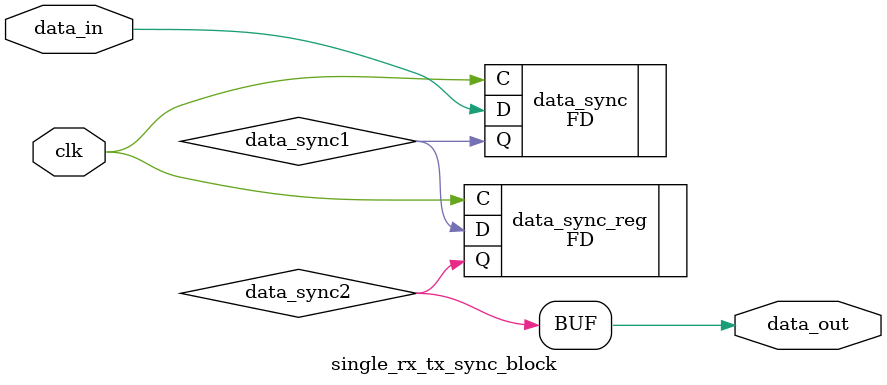
<source format=sv>




`timescale 1ps / 1ps

module single_rx_tx_sync_block #(
  parameter INITIALISE = 2'b00
)
(
  input        clk,              // clock to be sync'ed to
  input        data_in,          // Data to be 'synced'
  output       data_out          // synced data
);

  // Internal Signals
  wire data_sync1;
  wire data_sync2;


  (* shreg_extract = "no", ASYNC_REG = "TRUE" *)
  FD #(
    .INIT (INITIALISE[0])
  ) data_sync (
    .C  (clk),
    .D  (data_in),
    .Q  (data_sync1)
  );


  (* shreg_extract = "no", ASYNC_REG = "TRUE" *)
  FD #(
   .INIT (INITIALISE[1])
  ) data_sync_reg (
  .C  (clk),
  .D  (data_sync1),
  .Q  (data_sync2)
  );


  assign data_out = data_sync2;


endmodule



</source>
